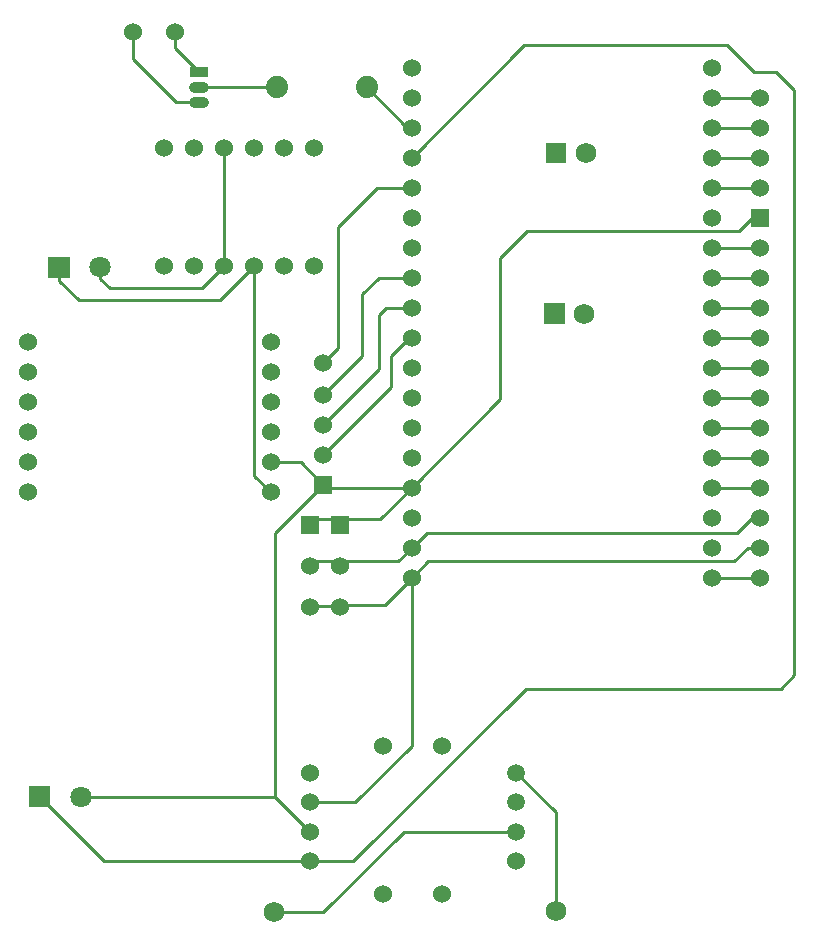
<source format=gtl>
G04 Layer: TopLayer*
G04 EasyEDA v6.4.25, 2022-01-16T12:25:19--5:00*
G04 Gerber Generator version 0.2*
G04 Scale: 100 percent, Rotated: No, Reflected: No *
G04 Dimensions in millimeters *
G04 leading zeros omitted , absolute positions ,4 integer and 5 decimal *
%FSLAX45Y45*%
%MOMM*%

%ADD10C,0.2540*%
%ADD12C,1.8000*%
%ADD13R,1.6000X0.9000*%
%ADD14C,1.8796*%
%ADD15C,1.5240*%
%ADD16C,1.5200*%
%ADD17C,1.7500*%
%ADD20C,0.9000*%

%LPD*%
D10*
X3289300Y4559300D02*
G01*
X3568700Y4559300D01*
X3581400Y4572000D01*
X4152900Y4800600D02*
G01*
X3924300Y4572000D01*
X3581400Y4572000D01*
X3289300Y4940300D02*
G01*
X3581400Y4940300D01*
X4152900Y5054600D02*
G01*
X4038600Y4940300D01*
X3581400Y4940300D01*
X3289300Y5295900D02*
G01*
X3556000Y5295900D01*
X4152900Y5562600D02*
G01*
X3886200Y5295900D01*
X3556000Y5295900D01*
X6692900Y4800600D02*
G01*
X7100001Y4800600D01*
X4152900Y4800600D02*
G01*
X4292600Y4940300D01*
X6883400Y4940300D01*
X6997700Y5054600D01*
X7100001Y5054600D01*
X4152900Y5054600D02*
G01*
X4279900Y5181600D01*
X6908800Y5181600D01*
X7035800Y5308600D01*
X7100001Y5308600D01*
X6692900Y5562600D02*
G01*
X7100001Y5562600D01*
X6692900Y5816600D02*
G01*
X7100001Y5816600D01*
X6692900Y6070600D02*
G01*
X7100001Y6070600D01*
X6692900Y6324600D02*
G01*
X7100001Y6324600D01*
X6692900Y6578600D02*
G01*
X7100001Y6578600D01*
X6692900Y6832600D02*
G01*
X7100001Y6832600D01*
X6692900Y7086600D02*
G01*
X7100001Y7086600D01*
X6692900Y7340600D02*
G01*
X7100001Y7340600D01*
X6692900Y7594600D02*
G01*
X7100001Y7594600D01*
X4152900Y5562600D02*
G01*
X4902200Y6311900D01*
X4902200Y7505700D01*
X5130800Y7734300D01*
X6921500Y7734300D01*
X7035800Y7848600D01*
X7100001Y7848600D01*
X6692900Y8102600D02*
G01*
X7100001Y8102600D01*
X6692900Y8356600D02*
G01*
X7100001Y8356600D01*
X6692900Y8610600D02*
G01*
X7100001Y8610600D01*
X6692900Y8864600D02*
G01*
X7100001Y8864600D01*
X3289808Y2400045D02*
G01*
X3657345Y2400045D01*
X5118100Y3860800D01*
X7277100Y3860800D01*
X7391400Y3975100D01*
X7391400Y8928100D01*
X7239000Y9080500D01*
X7048500Y9080500D01*
X6819900Y9309100D01*
X5105400Y9309100D01*
X4152900Y8356600D01*
X2565400Y8437499D02*
G01*
X2565400Y7437501D01*
X2565400Y7437501D02*
G01*
X2379599Y7251700D01*
X1600200Y7251700D01*
X1518412Y7333487D01*
X1518412Y7429500D01*
X3403600Y5588000D02*
G01*
X2993466Y5177866D01*
X2993466Y2946400D01*
X2819400Y7437498D02*
G01*
X2532001Y7150100D01*
X1333500Y7150100D01*
X1168400Y7315200D01*
X1168400Y7429500D01*
X5039664Y2650185D02*
G01*
X4085285Y2650185D01*
X3403600Y1968500D01*
X2984500Y1968500D01*
X5039664Y3150057D02*
G01*
X5372100Y2817621D01*
X5372100Y1981200D01*
X3403600Y5588000D02*
G01*
X3213100Y5778500D01*
X2959100Y5778500D01*
X3403600Y6616700D02*
G01*
X3530600Y6743700D01*
X3530600Y7772400D01*
X3860800Y8102600D01*
X4152900Y8102600D01*
X3289683Y2650182D02*
G01*
X2993466Y2946400D01*
X1353312Y2946400D01*
X3403600Y5588000D02*
G01*
X3429000Y5562600D01*
X4152900Y5562600D01*
X3403600Y5842000D02*
G01*
X3975100Y6413500D01*
X3975100Y6680200D01*
X4127500Y6832600D01*
X4152900Y6832600D01*
X3403600Y6096000D02*
G01*
X3873500Y6565900D01*
X3873500Y7023100D01*
X3937000Y7086600D01*
X4152900Y7086600D01*
X3403600Y6350000D02*
G01*
X3733800Y6680200D01*
X3733800Y7200900D01*
X3873500Y7340600D01*
X4152900Y7340600D01*
X3771900Y8953500D02*
G01*
X4114800Y8610600D01*
X4152900Y8610600D01*
X2349500Y8953500D02*
G01*
X3009900Y8953500D01*
X2349500Y8826500D02*
G01*
X2159000Y8826500D01*
X1790700Y9194800D01*
X1790700Y9423400D01*
X2349500Y9080500D02*
G01*
X2146300Y9283700D01*
X2146300Y9423400D01*
X2959100Y5524500D02*
G01*
X2819400Y5664200D01*
X2819400Y7437501D01*
X4152900Y4800600D02*
G01*
X4152900Y3378200D01*
X3674821Y2900121D01*
X3289681Y2900121D01*
X3289683Y2399995D02*
G01*
X1549704Y2399995D01*
X1003300Y2946400D01*
G36*
X913300Y3036399D02*
G01*
X1093299Y3036399D01*
X1093299Y2856400D01*
X913300Y2856400D01*
G37*
D12*
G01*
X1353312Y2946400D03*
G36*
X1078400Y7519499D02*
G01*
X1258399Y7519499D01*
X1258399Y7339500D01*
X1078400Y7339500D01*
G37*
G01*
X1518412Y7429500D03*
D13*
G01*
X2349500Y9080500D03*
D14*
G01*
X3009900Y8953500D03*
G01*
X3771900Y8953500D03*
D15*
G01*
X4152900Y4800600D03*
G01*
X4152900Y5054600D03*
G01*
X4152900Y5308600D03*
G01*
X4152900Y5562600D03*
G01*
X4152900Y5816600D03*
G01*
X4152900Y6070600D03*
G01*
X4152900Y6324600D03*
G01*
X4152900Y6578600D03*
G01*
X4152900Y6832600D03*
G01*
X4152900Y7086600D03*
G01*
X4152900Y7340600D03*
G01*
X4152900Y7594600D03*
G01*
X4152900Y7848600D03*
G01*
X4152900Y8102600D03*
G01*
X4152900Y8356600D03*
G01*
X4152900Y8610600D03*
G01*
X4152900Y8864600D03*
G01*
X4152900Y9118600D03*
G01*
X6692900Y4800600D03*
G01*
X6692900Y5054600D03*
G01*
X6692900Y5308600D03*
G01*
X6692900Y5562600D03*
G01*
X6692900Y5816600D03*
G01*
X6692900Y6070600D03*
G01*
X6692900Y6324600D03*
G01*
X6692900Y6578600D03*
G01*
X6692900Y6832600D03*
G01*
X6692900Y7086600D03*
G01*
X6692900Y7340600D03*
G01*
X6692900Y7594600D03*
G01*
X6692900Y7848600D03*
G01*
X6692900Y8102600D03*
G01*
X6692900Y8356600D03*
G01*
X6692900Y8610600D03*
G01*
X6692900Y8864600D03*
G01*
X6692900Y9118600D03*
G01*
X3327400Y8437499D03*
G01*
X3073400Y8437499D03*
G01*
X2819400Y8437499D03*
G01*
X2565400Y8437499D03*
G01*
X3327400Y7437501D03*
G01*
X3073400Y7437501D03*
G01*
X2819400Y7437501D03*
G01*
X2565400Y7437501D03*
G01*
X2311400Y7437501D03*
G01*
X2057400Y7437501D03*
G01*
X2311400Y8437499D03*
G01*
X2057400Y8437499D03*
G01*
X2959100Y6794500D03*
G01*
X2959100Y6540500D03*
G01*
X2959100Y6286500D03*
G01*
X2959100Y6032500D03*
G01*
X2959100Y5778500D03*
G01*
X2959100Y5524500D03*
G01*
X909091Y5524500D03*
G01*
X909091Y5778500D03*
G01*
X909091Y6032500D03*
G01*
X909091Y6286500D03*
G01*
X909091Y6540500D03*
G01*
X909091Y6794500D03*
G01*
X3289681Y3150057D03*
G01*
X3289681Y2900121D03*
G01*
X3289681Y2650185D03*
G01*
X3289681Y2399995D03*
D16*
G01*
X5039664Y3150057D03*
G01*
X5039664Y2900121D03*
G01*
X5039664Y2650185D03*
D15*
G01*
X5039740Y2399995D03*
G01*
X3914775Y3375101D03*
G01*
X4414900Y3375101D03*
G01*
X3914775Y2125167D03*
G01*
X4414900Y2125167D03*
D17*
G01*
X5613400Y7035800D03*
G36*
X5450885Y7123297D02*
G01*
X5275887Y7123297D01*
X5275887Y6948299D01*
X5450885Y6948299D01*
G37*
G01*
X5626100Y8394700D03*
G36*
X5463585Y8482197D02*
G01*
X5288587Y8482197D01*
X5288587Y8307199D01*
X5463585Y8307199D01*
G37*
D15*
G01*
X2146300Y9423400D03*
G01*
X1790700Y9423400D03*
D17*
G01*
X2984500Y1968500D03*
G01*
X5372100Y1981200D03*
D15*
G01*
X3403600Y6616700D03*
G01*
X3403600Y6350000D03*
G01*
X3403600Y6096000D03*
G01*
X3403600Y5842000D03*
G36*
X3327400Y5664200D02*
G01*
X3479800Y5664200D01*
X3479800Y5511800D01*
X3327400Y5511800D01*
G37*
G01*
X7100001Y8864600D03*
G01*
X7100001Y8610600D03*
G01*
X7100001Y8356600D03*
G01*
X7100001Y8102600D03*
G01*
X7100001Y7594600D03*
G01*
X7100001Y7340600D03*
G01*
X7100001Y7086600D03*
G01*
X7100001Y6832600D03*
G01*
X7100001Y6578600D03*
G01*
X7100001Y6324600D03*
G01*
X7100001Y6070600D03*
G01*
X7100001Y5816600D03*
G01*
X7100001Y5562600D03*
G01*
X7100001Y4800600D03*
G36*
X7023801Y7924800D02*
G01*
X7176201Y7924800D01*
X7176201Y7772400D01*
X7023801Y7772400D01*
G37*
G01*
X7100001Y5308600D03*
G01*
X7100001Y5054600D03*
G36*
X3213100Y5326199D02*
G01*
X3365500Y5326199D01*
X3365500Y5173799D01*
X3213100Y5173799D01*
G37*
G36*
X3467100Y5326199D02*
G01*
X3619500Y5326199D01*
X3619500Y5173799D01*
X3467100Y5173799D01*
G37*
G01*
X3289300Y4900000D03*
G01*
X3543300Y4900000D03*
G01*
X3289300Y4550001D03*
G01*
X3543300Y4550001D03*
D20*
X2384498Y8953500D02*
G01*
X2314498Y8953500D01*
X2384498Y8826500D02*
G01*
X2314498Y8826500D01*
M02*

</source>
